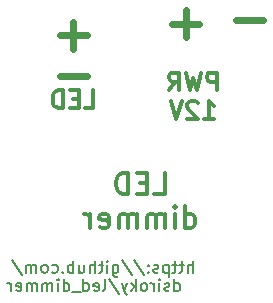
<source format=gbo>
%FSLAX34Y34*%
G04 Gerber Fmt 3.4, Leading zero omitted, Abs format*
G04 (created by PCBNEW (2014-01-30 BZR 4648)-product) date Thu Feb 27 15:42:02 2014*
%MOIN*%
G01*
G70*
G90*
G04 APERTURE LIST*
%ADD10C,0.013780*%
%ADD11C,0.005906*%
%ADD12C,0.011811*%
%ADD13C,0.023622*%
%ADD14C,0.086614*%
%ADD15C,0.078740*%
G04 APERTURE END LIST*
G54D10*
G54D11*
X6605Y877D02*
X6605Y1270D01*
X6437Y877D02*
X6437Y1083D01*
X6455Y1120D01*
X6493Y1139D01*
X6549Y1139D01*
X6587Y1120D01*
X6605Y1101D01*
X6305Y1139D02*
X6155Y1139D01*
X6249Y1270D02*
X6249Y933D01*
X6230Y895D01*
X6193Y877D01*
X6155Y877D01*
X6080Y1139D02*
X5930Y1139D01*
X6024Y1270D02*
X6024Y933D01*
X6005Y895D01*
X5968Y877D01*
X5930Y877D01*
X5799Y1139D02*
X5799Y745D01*
X5799Y1120D02*
X5762Y1139D01*
X5687Y1139D01*
X5649Y1120D01*
X5630Y1101D01*
X5612Y1064D01*
X5612Y952D01*
X5630Y914D01*
X5649Y895D01*
X5687Y877D01*
X5762Y877D01*
X5799Y895D01*
X5462Y895D02*
X5424Y877D01*
X5349Y877D01*
X5312Y895D01*
X5293Y933D01*
X5293Y952D01*
X5312Y989D01*
X5349Y1008D01*
X5406Y1008D01*
X5443Y1026D01*
X5462Y1064D01*
X5462Y1083D01*
X5443Y1120D01*
X5406Y1139D01*
X5349Y1139D01*
X5312Y1120D01*
X5124Y914D02*
X5106Y895D01*
X5124Y877D01*
X5143Y895D01*
X5124Y914D01*
X5124Y877D01*
X5124Y1120D02*
X5106Y1101D01*
X5124Y1083D01*
X5143Y1101D01*
X5124Y1120D01*
X5124Y1083D01*
X4656Y1289D02*
X4993Y783D01*
X4243Y1289D02*
X4581Y783D01*
X3943Y1139D02*
X3943Y820D01*
X3962Y783D01*
X3981Y764D01*
X4018Y745D01*
X4074Y745D01*
X4112Y764D01*
X3943Y895D02*
X3981Y877D01*
X4056Y877D01*
X4093Y895D01*
X4112Y914D01*
X4131Y952D01*
X4131Y1064D01*
X4112Y1101D01*
X4093Y1120D01*
X4056Y1139D01*
X3981Y1139D01*
X3943Y1120D01*
X3756Y877D02*
X3756Y1139D01*
X3756Y1270D02*
X3774Y1251D01*
X3756Y1233D01*
X3737Y1251D01*
X3756Y1270D01*
X3756Y1233D01*
X3625Y1139D02*
X3475Y1139D01*
X3568Y1270D02*
X3568Y933D01*
X3550Y895D01*
X3512Y877D01*
X3475Y877D01*
X3343Y877D02*
X3343Y1270D01*
X3175Y877D02*
X3175Y1083D01*
X3193Y1120D01*
X3231Y1139D01*
X3287Y1139D01*
X3325Y1120D01*
X3343Y1101D01*
X2818Y1139D02*
X2818Y877D01*
X2987Y1139D02*
X2987Y933D01*
X2968Y895D01*
X2931Y877D01*
X2875Y877D01*
X2837Y895D01*
X2818Y914D01*
X2631Y877D02*
X2631Y1270D01*
X2631Y1120D02*
X2593Y1139D01*
X2518Y1139D01*
X2481Y1120D01*
X2462Y1101D01*
X2443Y1064D01*
X2443Y952D01*
X2462Y914D01*
X2481Y895D01*
X2518Y877D01*
X2593Y877D01*
X2631Y895D01*
X2275Y914D02*
X2256Y895D01*
X2275Y877D01*
X2293Y895D01*
X2275Y914D01*
X2275Y877D01*
X1918Y895D02*
X1956Y877D01*
X2031Y877D01*
X2068Y895D01*
X2087Y914D01*
X2106Y952D01*
X2106Y1064D01*
X2087Y1101D01*
X2068Y1120D01*
X2031Y1139D01*
X1956Y1139D01*
X1918Y1120D01*
X1693Y877D02*
X1731Y895D01*
X1750Y914D01*
X1768Y952D01*
X1768Y1064D01*
X1750Y1101D01*
X1731Y1120D01*
X1693Y1139D01*
X1637Y1139D01*
X1600Y1120D01*
X1581Y1101D01*
X1562Y1064D01*
X1562Y952D01*
X1581Y914D01*
X1600Y895D01*
X1637Y877D01*
X1693Y877D01*
X1394Y877D02*
X1394Y1139D01*
X1394Y1101D02*
X1375Y1120D01*
X1337Y1139D01*
X1281Y1139D01*
X1244Y1120D01*
X1225Y1083D01*
X1225Y877D01*
X1225Y1083D02*
X1206Y1120D01*
X1169Y1139D01*
X1112Y1139D01*
X1075Y1120D01*
X1056Y1083D01*
X1056Y877D01*
X587Y1289D02*
X925Y783D01*
X5996Y266D02*
X5996Y660D01*
X5996Y285D02*
X6034Y266D01*
X6109Y266D01*
X6146Y285D01*
X6165Y304D01*
X6184Y341D01*
X6184Y454D01*
X6165Y491D01*
X6146Y510D01*
X6109Y529D01*
X6034Y529D01*
X5996Y510D01*
X5827Y285D02*
X5790Y266D01*
X5715Y266D01*
X5677Y285D01*
X5659Y323D01*
X5659Y341D01*
X5677Y379D01*
X5715Y398D01*
X5771Y398D01*
X5809Y416D01*
X5827Y454D01*
X5827Y473D01*
X5809Y510D01*
X5771Y529D01*
X5715Y529D01*
X5677Y510D01*
X5490Y266D02*
X5490Y529D01*
X5490Y660D02*
X5509Y641D01*
X5490Y622D01*
X5471Y641D01*
X5490Y660D01*
X5490Y622D01*
X5302Y266D02*
X5302Y529D01*
X5302Y454D02*
X5284Y491D01*
X5265Y510D01*
X5227Y529D01*
X5190Y529D01*
X5002Y266D02*
X5040Y285D01*
X5059Y304D01*
X5077Y341D01*
X5077Y454D01*
X5059Y491D01*
X5040Y510D01*
X5002Y529D01*
X4946Y529D01*
X4909Y510D01*
X4890Y491D01*
X4871Y454D01*
X4871Y341D01*
X4890Y304D01*
X4909Y285D01*
X4946Y266D01*
X5002Y266D01*
X4702Y266D02*
X4702Y660D01*
X4665Y416D02*
X4553Y266D01*
X4553Y529D02*
X4702Y379D01*
X4421Y529D02*
X4328Y266D01*
X4234Y529D02*
X4328Y266D01*
X4365Y173D01*
X4384Y154D01*
X4421Y135D01*
X3803Y679D02*
X4140Y173D01*
X3615Y266D02*
X3653Y285D01*
X3671Y323D01*
X3671Y660D01*
X3315Y285D02*
X3353Y266D01*
X3428Y266D01*
X3465Y285D01*
X3484Y323D01*
X3484Y473D01*
X3465Y510D01*
X3428Y529D01*
X3353Y529D01*
X3315Y510D01*
X3296Y473D01*
X3296Y435D01*
X3484Y398D01*
X2959Y266D02*
X2959Y660D01*
X2959Y285D02*
X2996Y266D01*
X3071Y266D01*
X3109Y285D01*
X3128Y304D01*
X3146Y341D01*
X3146Y454D01*
X3128Y491D01*
X3109Y510D01*
X3071Y529D01*
X2996Y529D01*
X2959Y510D01*
X2865Y229D02*
X2565Y229D01*
X2303Y266D02*
X2303Y660D01*
X2303Y285D02*
X2340Y266D01*
X2415Y266D01*
X2453Y285D01*
X2472Y304D01*
X2490Y341D01*
X2490Y454D01*
X2472Y491D01*
X2453Y510D01*
X2415Y529D01*
X2340Y529D01*
X2303Y510D01*
X2115Y266D02*
X2115Y529D01*
X2115Y660D02*
X2134Y641D01*
X2115Y622D01*
X2097Y641D01*
X2115Y660D01*
X2115Y622D01*
X1928Y266D02*
X1928Y529D01*
X1928Y491D02*
X1909Y510D01*
X1872Y529D01*
X1815Y529D01*
X1778Y510D01*
X1759Y473D01*
X1759Y266D01*
X1759Y473D02*
X1740Y510D01*
X1703Y529D01*
X1647Y529D01*
X1609Y510D01*
X1590Y473D01*
X1590Y266D01*
X1403Y266D02*
X1403Y529D01*
X1403Y491D02*
X1384Y510D01*
X1347Y529D01*
X1290Y529D01*
X1253Y510D01*
X1234Y473D01*
X1234Y266D01*
X1234Y473D02*
X1215Y510D01*
X1178Y529D01*
X1122Y529D01*
X1084Y510D01*
X1065Y473D01*
X1065Y266D01*
X728Y285D02*
X765Y266D01*
X840Y266D01*
X878Y285D01*
X897Y323D01*
X897Y473D01*
X878Y510D01*
X840Y529D01*
X765Y529D01*
X728Y510D01*
X709Y473D01*
X709Y435D01*
X897Y398D01*
X541Y266D02*
X541Y529D01*
X541Y454D02*
X522Y491D01*
X503Y510D01*
X466Y529D01*
X428Y529D01*
G54D12*
X7412Y6955D02*
X7412Y7545D01*
X7187Y7545D01*
X7131Y7517D01*
X7103Y7489D01*
X7074Y7433D01*
X7074Y7348D01*
X7103Y7292D01*
X7131Y7264D01*
X7187Y7236D01*
X7412Y7236D01*
X6878Y7545D02*
X6737Y6955D01*
X6625Y7377D01*
X6512Y6955D01*
X6371Y7545D01*
X5809Y6955D02*
X6006Y7236D01*
X6146Y6955D02*
X6146Y7545D01*
X5921Y7545D01*
X5865Y7517D01*
X5837Y7489D01*
X5809Y7433D01*
X5809Y7348D01*
X5837Y7292D01*
X5865Y7264D01*
X5921Y7236D01*
X6146Y7236D01*
X6990Y6010D02*
X7328Y6010D01*
X7159Y6010D02*
X7159Y6600D01*
X7215Y6516D01*
X7271Y6460D01*
X7328Y6432D01*
X6765Y6544D02*
X6737Y6572D01*
X6681Y6600D01*
X6540Y6600D01*
X6484Y6572D01*
X6456Y6544D01*
X6428Y6488D01*
X6428Y6432D01*
X6456Y6347D01*
X6793Y6010D01*
X6428Y6010D01*
X6259Y6600D02*
X6062Y6010D01*
X5865Y6600D01*
X3004Y6357D02*
X3285Y6357D01*
X3285Y6948D01*
X2807Y6667D02*
X2610Y6667D01*
X2526Y6357D02*
X2807Y6357D01*
X2807Y6948D01*
X2526Y6948D01*
X2273Y6357D02*
X2273Y6948D01*
X2132Y6948D01*
X2048Y6920D01*
X1992Y6864D01*
X1964Y6807D01*
X1936Y6695D01*
X1936Y6610D01*
X1964Y6498D01*
X1992Y6442D01*
X2048Y6385D01*
X2132Y6357D01*
X2273Y6357D01*
X5330Y3484D02*
X5668Y3484D01*
X5668Y4193D01*
X5094Y3855D02*
X4858Y3855D01*
X4756Y3484D02*
X5094Y3484D01*
X5094Y4193D01*
X4756Y4193D01*
X4453Y3484D02*
X4453Y4193D01*
X4284Y4193D01*
X4183Y4159D01*
X4115Y4091D01*
X4081Y4024D01*
X4048Y3889D01*
X4048Y3788D01*
X4081Y3653D01*
X4115Y3585D01*
X4183Y3518D01*
X4284Y3484D01*
X4453Y3484D01*
X6359Y2374D02*
X6359Y3082D01*
X6359Y2408D02*
X6427Y2374D01*
X6562Y2374D01*
X6629Y2408D01*
X6663Y2441D01*
X6697Y2509D01*
X6697Y2711D01*
X6663Y2779D01*
X6629Y2812D01*
X6562Y2846D01*
X6427Y2846D01*
X6359Y2812D01*
X6022Y2374D02*
X6022Y2846D01*
X6022Y3082D02*
X6056Y3049D01*
X6022Y3015D01*
X5988Y3049D01*
X6022Y3082D01*
X6022Y3015D01*
X5684Y2374D02*
X5684Y2846D01*
X5684Y2779D02*
X5651Y2812D01*
X5583Y2846D01*
X5482Y2846D01*
X5414Y2812D01*
X5381Y2745D01*
X5381Y2374D01*
X5381Y2745D02*
X5347Y2812D01*
X5279Y2846D01*
X5178Y2846D01*
X5111Y2812D01*
X5077Y2745D01*
X5077Y2374D01*
X4740Y2374D02*
X4740Y2846D01*
X4740Y2779D02*
X4706Y2812D01*
X4638Y2846D01*
X4537Y2846D01*
X4470Y2812D01*
X4436Y2745D01*
X4436Y2374D01*
X4436Y2745D02*
X4402Y2812D01*
X4335Y2846D01*
X4233Y2846D01*
X4166Y2812D01*
X4132Y2745D01*
X4132Y2374D01*
X3525Y2408D02*
X3592Y2374D01*
X3727Y2374D01*
X3795Y2408D01*
X3828Y2475D01*
X3828Y2745D01*
X3795Y2812D01*
X3727Y2846D01*
X3592Y2846D01*
X3525Y2812D01*
X3491Y2745D01*
X3491Y2678D01*
X3828Y2610D01*
X3187Y2374D02*
X3187Y2846D01*
X3187Y2711D02*
X3153Y2779D01*
X3120Y2812D01*
X3052Y2846D01*
X2985Y2846D01*
G54D13*
X8949Y9290D02*
X8050Y9290D01*
X3074Y7415D02*
X2175Y7415D01*
X6824Y9165D02*
X5925Y9165D01*
X6375Y8715D02*
X6375Y9615D01*
X3074Y8790D02*
X2175Y8790D01*
X2625Y8340D02*
X2625Y9240D01*
%LPC*%
G54D14*
X7875Y1281D03*
X7875Y3250D03*
X7875Y5218D03*
G54D15*
X1375Y8813D03*
X1375Y7436D03*
X8563Y8375D03*
X7186Y8375D03*
X4625Y8813D03*
X4625Y7436D03*
M02*

</source>
